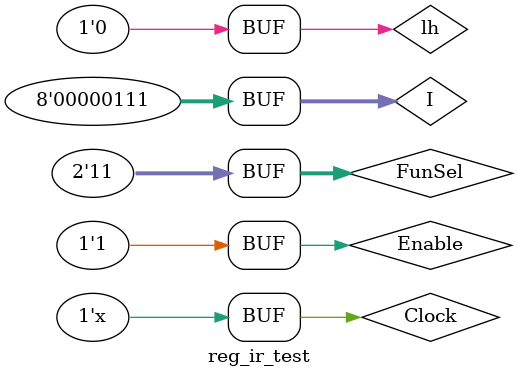
<source format=v>
`timescale 1ns / 1ps


module reg_ir_test();
    reg [7:0] I;
    reg Clock;
    reg Enable;
    reg [1:0] FunSel;
    reg lh;
    wire [15:0] IRout;
    
    reg_ir uut(I, Clock, Enable, FunSel, lh, IRout);
    
    initial begin
       Clock=0; I=8'h1; Enable=0; FunSel=2'b10; lh=0; #142.85;
       I=8'h1; Enable=1; FunSel=2'b10; lh=0; #142.85;
       I=8'h7; Enable=1; FunSel=2'b10; lh=1; #142.85;
       I=8'h7; Enable=1; FunSel=2'b01; lh=0; #142.85;
       I=8'h7; Enable=1; FunSel=2'b01; lh=1; #142.85;
       I=8'h7; Enable=1; FunSel=2'b00; lh=0; #142.85;
       I=8'h7; Enable=1; FunSel=2'b11; lh=0; #142.85;
    end
    
    always begin
        Clock <= ~Clock; #71.42;
        Clock <= ~Clock; #71.42;  
    end
endmodule

</source>
